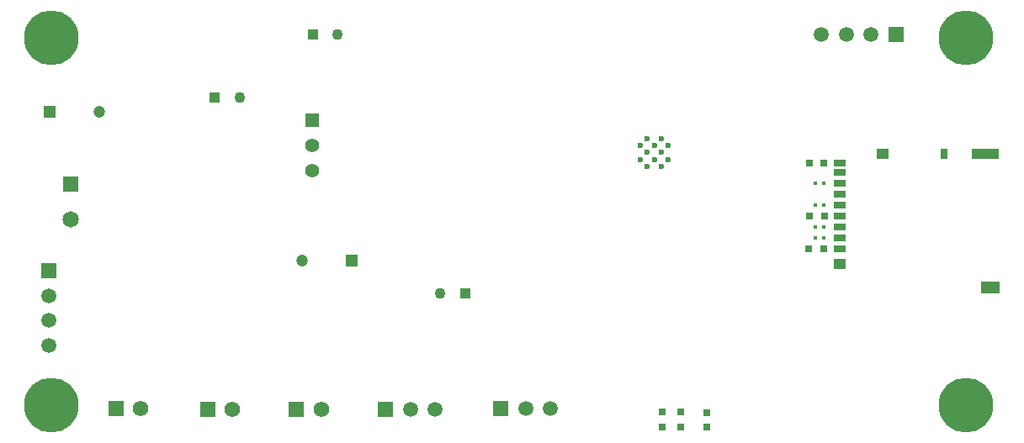
<source format=gbr>
%TF.GenerationSoftware,Altium Limited,Altium Designer,23.4.1 (23)*%
G04 Layer_Color=255*
%FSLAX45Y45*%
%MOMM*%
%TF.SameCoordinates,D6ADF24A-3376-43E2-8D1E-8FFFCD63A60F*%
%TF.FilePolarity,Positive*%
%TF.FileFunction,Pads,Bot*%
%TF.Part,Single*%
G01*
G75*
%TA.AperFunction,SMDPad,CuDef*%
%ADD25R,0.75000X0.80000*%
%ADD33R,0.80000X0.75000*%
%TA.AperFunction,ComponentPad*%
%ADD46C,1.50800*%
%ADD47R,1.50800X1.50800*%
%ADD48R,1.20000X1.20000*%
%ADD49C,1.20000*%
%ADD50C,1.10000*%
%ADD51R,1.10000X1.10000*%
%ADD52C,0.60000*%
%ADD53R,1.65000X1.65000*%
%ADD54C,1.65000*%
%ADD55C,1.40000*%
%ADD56R,1.40000X1.40000*%
%ADD57R,1.57500X1.57500*%
%ADD58C,1.57500*%
%ADD59R,1.50800X1.50800*%
%TA.AperFunction,ViaPad*%
%ADD60C,5.50000*%
%TA.AperFunction,SMDPad,CuDef*%
%ADD62R,0.40000X0.30000*%
%ADD63R,2.80000X1.00000*%
%ADD64R,1.90000X1.30000*%
%ADD65R,1.20000X1.00000*%
%ADD66R,1.20000X0.70000*%
%ADD67R,0.80000X1.00000*%
D25*
X6732000Y179000D02*
D03*
Y329000D02*
D03*
X6543000Y333000D02*
D03*
Y183000D02*
D03*
X6994000Y327000D02*
D03*
Y177000D02*
D03*
D33*
X8021000Y2839000D02*
D03*
X8171000D02*
D03*
X8028000Y2304000D02*
D03*
X8178000D02*
D03*
X8170000Y1976000D02*
D03*
X8020000D02*
D03*
D46*
X370000Y1003000D02*
D03*
Y1253000D02*
D03*
Y1503000D02*
D03*
X4010000Y361000D02*
D03*
X4260000D02*
D03*
X5420000Y364000D02*
D03*
X5170000D02*
D03*
X8644000Y4132000D02*
D03*
X8394000D02*
D03*
X8144000D02*
D03*
D47*
X370000Y1753000D02*
D03*
D48*
X3417000Y1857000D02*
D03*
X377000Y3356000D02*
D03*
D49*
X2917000Y1857000D02*
D03*
X877000Y3356000D02*
D03*
D50*
X3278000Y4130000D02*
D03*
X4310000Y1523000D02*
D03*
X2289000Y3497000D02*
D03*
D51*
X3028000Y4130000D02*
D03*
X4560000Y1523000D02*
D03*
X2039000Y3497000D02*
D03*
D52*
X6463989Y3014809D02*
D03*
X6323989D02*
D03*
X6603989D02*
D03*
X6323989Y2874809D02*
D03*
X6463989D02*
D03*
X6603989D02*
D03*
X6393989Y3084809D02*
D03*
X6533989D02*
D03*
X6393989Y2944809D02*
D03*
X6533989D02*
D03*
X6393989Y2804809D02*
D03*
X6533989D02*
D03*
D53*
X588000Y2624000D02*
D03*
D54*
Y2274000D02*
D03*
D55*
X3024000Y2766000D02*
D03*
Y3020000D02*
D03*
D56*
Y3274000D02*
D03*
D57*
X1967999Y361000D02*
D03*
X1045000Y362000D02*
D03*
X2862000Y361000D02*
D03*
D58*
X2218000D02*
D03*
X3112000D02*
D03*
X1295000Y362000D02*
D03*
D59*
X3760000Y361000D02*
D03*
X4920000Y364000D02*
D03*
X8894000Y4132000D02*
D03*
D60*
X400000Y400000D02*
D03*
Y4100000D02*
D03*
X9600000D02*
D03*
Y400000D02*
D03*
D62*
X8171000Y2635000D02*
D03*
X8087000D02*
D03*
X8171000Y2084000D02*
D03*
X8087000D02*
D03*
X8171000Y2193000D02*
D03*
X8087000D02*
D03*
X8172000Y2414000D02*
D03*
X8088000D02*
D03*
D63*
X9796000Y2933000D02*
D03*
D64*
X9840999Y1582998D02*
D03*
D65*
X8760998Y2933050D02*
D03*
X8330999Y1818048D02*
D03*
D66*
Y2838049D02*
D03*
Y2523048D02*
D03*
Y2303049D02*
D03*
Y2083049D02*
D03*
Y2743050D02*
D03*
Y2413049D02*
D03*
Y1973049D02*
D03*
Y2193049D02*
D03*
Y2633051D02*
D03*
D67*
X9381000Y2933050D02*
D03*
%TF.MD5,c389ef67d193e5e13cb5cab4a60e2ddb*%
M02*

</source>
